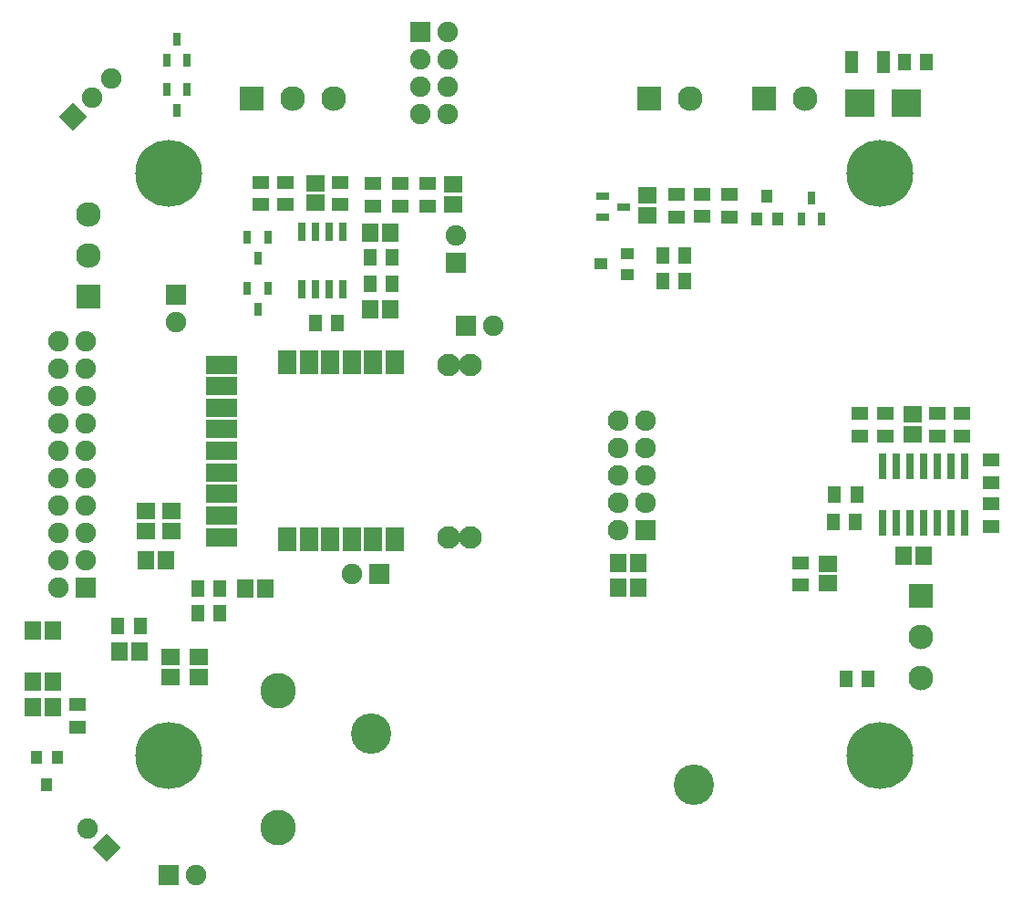
<source format=gts>
G04*
G04 #@! TF.GenerationSoftware,Altium Limited,Altium Designer,20.2.4 (192)*
G04*
G04 Layer_Color=8388736*
%FSLAX44Y44*%
%MOMM*%
G71*
G04*
G04 #@! TF.SameCoordinates,03AB348B-DD29-4870-A44B-8DF697E34D15*
G04*
G04*
G04 #@! TF.FilePolarity,Negative*
G04*
G01*
G75*
%ADD35R,1.7000X2.3000*%
%ADD36R,2.9000X1.7000*%
%ADD37C,2.1000*%
%ADD38R,1.5032X1.6532*%
%ADD39R,0.7632X1.1532*%
%ADD40R,1.2032X2.1032*%
%ADD41R,1.6532X1.5032*%
%ADD42R,0.8032X2.4032*%
%ADD43R,1.0032X1.3032*%
%ADD44R,1.5532X1.2032*%
%ADD45R,0.7532X1.7032*%
%ADD46R,1.2032X1.5532*%
%ADD47R,1.1532X0.7632*%
%ADD48R,1.2032X1.0032*%
%ADD49R,2.7032X2.5032*%
%ADD50R,1.0032X1.2032*%
%ADD51R,1.9032X1.9032*%
%ADD52C,1.9032*%
%ADD53R,1.9032X1.9032*%
%ADD54C,2.3000*%
%ADD55R,2.3000X2.3000*%
%ADD56R,2.3000X2.3000*%
%ADD57P,2.6915X4X180.0*%
%ADD58C,1.9282*%
%ADD59R,1.9282X1.9282*%
%ADD60P,2.6915X4X90.0*%
%ADD61C,3.3000*%
%ADD62C,6.2032*%
%ADD63C,3.7500*%
D35*
X279750Y351000D02*
D03*
X299750D02*
D03*
X319750D02*
D03*
X339750D02*
D03*
X359750D02*
D03*
X259750D02*
D03*
X279750Y515000D02*
D03*
X299750D02*
D03*
X319750D02*
D03*
X339750D02*
D03*
X359750D02*
D03*
X259750D02*
D03*
D36*
X198750Y433000D02*
D03*
Y353000D02*
D03*
Y373000D02*
D03*
Y393000D02*
D03*
Y413000D02*
D03*
Y453000D02*
D03*
Y473000D02*
D03*
Y493000D02*
D03*
Y513000D02*
D03*
D37*
X429750Y353000D02*
D03*
X409750D02*
D03*
X429750Y513000D02*
D03*
X409750D02*
D03*
D38*
X832210Y335250D02*
D03*
X850750D02*
D03*
X585540Y306000D02*
D03*
X567000D02*
D03*
X41770Y266000D02*
D03*
X23230D02*
D03*
X585770Y329250D02*
D03*
X221000Y305250D02*
D03*
X103960Y247000D02*
D03*
X42020Y219000D02*
D03*
X23230Y195440D02*
D03*
X122500Y247000D02*
D03*
X355600Y563880D02*
D03*
X147020Y331250D02*
D03*
X23480Y219000D02*
D03*
X567230Y329250D02*
D03*
X239540Y305250D02*
D03*
X337060Y635000D02*
D03*
X355600D02*
D03*
X337060Y563880D02*
D03*
X128480Y331250D02*
D03*
X41770Y195440D02*
D03*
D39*
X746500Y667250D02*
D03*
X756000Y647750D02*
D03*
X737000D02*
D03*
X222910Y583790D02*
D03*
Y630780D02*
D03*
X241910Y583790D02*
D03*
Y630780D02*
D03*
X166726Y767940D02*
D03*
X232410Y564290D02*
D03*
Y611280D02*
D03*
X166980Y795430D02*
D03*
X147980D02*
D03*
X147726Y767940D02*
D03*
X157226Y748440D02*
D03*
X157480Y814930D02*
D03*
D40*
X783830Y793750D02*
D03*
X813830D02*
D03*
D41*
X151250Y222730D02*
D03*
Y241270D02*
D03*
X152250Y358460D02*
D03*
Y377000D02*
D03*
X128500D02*
D03*
Y358460D02*
D03*
X177250Y241270D02*
D03*
Y222730D02*
D03*
X285750Y681480D02*
D03*
X414020Y679830D02*
D03*
X762000Y328420D02*
D03*
X840740Y466850D02*
D03*
X594360Y669670D02*
D03*
X285750Y662940D02*
D03*
X414020Y661290D02*
D03*
X840740Y448310D02*
D03*
X594360Y651130D02*
D03*
X762000Y309880D02*
D03*
D42*
X876300Y418430D02*
D03*
X863600D02*
D03*
X838200D02*
D03*
X825500D02*
D03*
X889000D02*
D03*
X812800D02*
D03*
X850900D02*
D03*
X876300Y366430D02*
D03*
X863600D02*
D03*
X838200D02*
D03*
X825500D02*
D03*
X889000D02*
D03*
X850900D02*
D03*
X812800D02*
D03*
D43*
X695960Y648430D02*
D03*
X714960D02*
D03*
X705460Y669430D02*
D03*
D44*
X736500Y308730D02*
D03*
Y329270D02*
D03*
X65000Y197270D02*
D03*
X339090Y680830D02*
D03*
X645160Y650240D02*
D03*
X389890Y680830D02*
D03*
X815340Y467360D02*
D03*
X257810Y661560D02*
D03*
X308610Y682100D02*
D03*
Y661560D02*
D03*
X339090Y660290D02*
D03*
X364490Y660290D02*
D03*
X389890D02*
D03*
X863600Y446820D02*
D03*
X621030Y650130D02*
D03*
X234950Y661450D02*
D03*
X364490Y680830D02*
D03*
X645160Y670780D02*
D03*
X621030Y670670D02*
D03*
X234950Y681990D02*
D03*
X257810Y682100D02*
D03*
X913000Y403730D02*
D03*
X670560Y670670D02*
D03*
X913130Y363110D02*
D03*
Y383650D02*
D03*
X913000Y424270D02*
D03*
X886460Y446930D02*
D03*
X863600Y467360D02*
D03*
X886460Y467470D02*
D03*
X791210Y467470D02*
D03*
X815340Y446820D02*
D03*
X670560Y650130D02*
D03*
X791210Y446930D02*
D03*
X65000Y176730D02*
D03*
D45*
X273050Y582600D02*
D03*
X285750D02*
D03*
X298450D02*
D03*
X311150D02*
D03*
X273050Y636600D02*
D03*
X285750D02*
D03*
X298450D02*
D03*
X311150D02*
D03*
D46*
X123250Y270500D02*
D03*
X176710Y305250D02*
D03*
X197250D02*
D03*
Y282390D02*
D03*
X102710Y270500D02*
D03*
X628750Y614500D02*
D03*
X176710Y282390D02*
D03*
X768130Y392430D02*
D03*
X628750Y590370D02*
D03*
X336550Y612140D02*
D03*
X357310Y588190D02*
D03*
X285640Y551180D02*
D03*
X357090Y612140D02*
D03*
X336770Y588190D02*
D03*
X853550Y793750D02*
D03*
X833010D02*
D03*
X799270Y221750D02*
D03*
X608210Y614500D02*
D03*
Y590370D02*
D03*
X788670Y392430D02*
D03*
X766860Y367030D02*
D03*
X787400D02*
D03*
X778730Y221750D02*
D03*
X306180Y551180D02*
D03*
D47*
X552860Y649884D02*
D03*
Y668884D02*
D03*
X572360Y659384D02*
D03*
D48*
X550830Y606570D02*
D03*
X575830Y596820D02*
D03*
Y616320D02*
D03*
D49*
X791300Y755650D02*
D03*
X834300D02*
D03*
D50*
X46250Y148500D02*
D03*
X36500Y123500D02*
D03*
X26750Y148500D02*
D03*
D51*
X156750Y577700D02*
D03*
X383540Y821690D02*
D03*
X72700Y305700D02*
D03*
X416750Y607550D02*
D03*
D52*
X156750Y552300D02*
D03*
X451500Y548750D02*
D03*
X408940Y821690D02*
D03*
X383540Y796290D02*
D03*
X408940D02*
D03*
X383540Y770890D02*
D03*
X408940D02*
D03*
X383540Y745490D02*
D03*
X408940D02*
D03*
X319600Y318500D02*
D03*
X74250Y82750D02*
D03*
X47300Y305700D02*
D03*
X72700Y331100D02*
D03*
X47300D02*
D03*
X72700Y356500D02*
D03*
X47300D02*
D03*
X72700Y381900D02*
D03*
X47300D02*
D03*
X72700Y407300D02*
D03*
X47300D02*
D03*
X72700Y432700D02*
D03*
X47300D02*
D03*
X72700Y458100D02*
D03*
X47300D02*
D03*
X72700Y483500D02*
D03*
X47300D02*
D03*
X72700Y508900D02*
D03*
X47300D02*
D03*
X72700Y534300D02*
D03*
X47300D02*
D03*
X174750Y39250D02*
D03*
X96700Y778690D02*
D03*
X416750Y632950D02*
D03*
X78740Y760730D02*
D03*
D53*
X426100Y548750D02*
D03*
X345000Y318500D02*
D03*
X149350Y39250D02*
D03*
D54*
X848360Y221900D02*
D03*
Y260000D02*
D03*
X265000Y759460D02*
D03*
X303100D02*
D03*
X75000Y614000D02*
D03*
Y652100D02*
D03*
X633730Y759460D02*
D03*
X740410D02*
D03*
D55*
X848360Y298100D02*
D03*
X75000Y575900D02*
D03*
D56*
X226900Y759460D02*
D03*
X702310D02*
D03*
X595630D02*
D03*
D57*
X92211Y64790D02*
D03*
D58*
X567300Y460800D02*
D03*
Y359200D02*
D03*
X592700Y460800D02*
D03*
X567300Y435400D02*
D03*
Y384600D02*
D03*
Y410000D02*
D03*
X592700Y435400D02*
D03*
Y384600D02*
D03*
Y410000D02*
D03*
D59*
X592800Y358950D02*
D03*
D60*
X60780Y742769D02*
D03*
D61*
X251440Y83190D02*
D03*
Y210190D02*
D03*
D62*
X150000Y150000D02*
D03*
X810000Y690000D02*
D03*
Y150000D02*
D03*
X150000Y690000D02*
D03*
D63*
X337840Y170190D02*
D03*
X637540Y123190D02*
D03*
M02*

</source>
